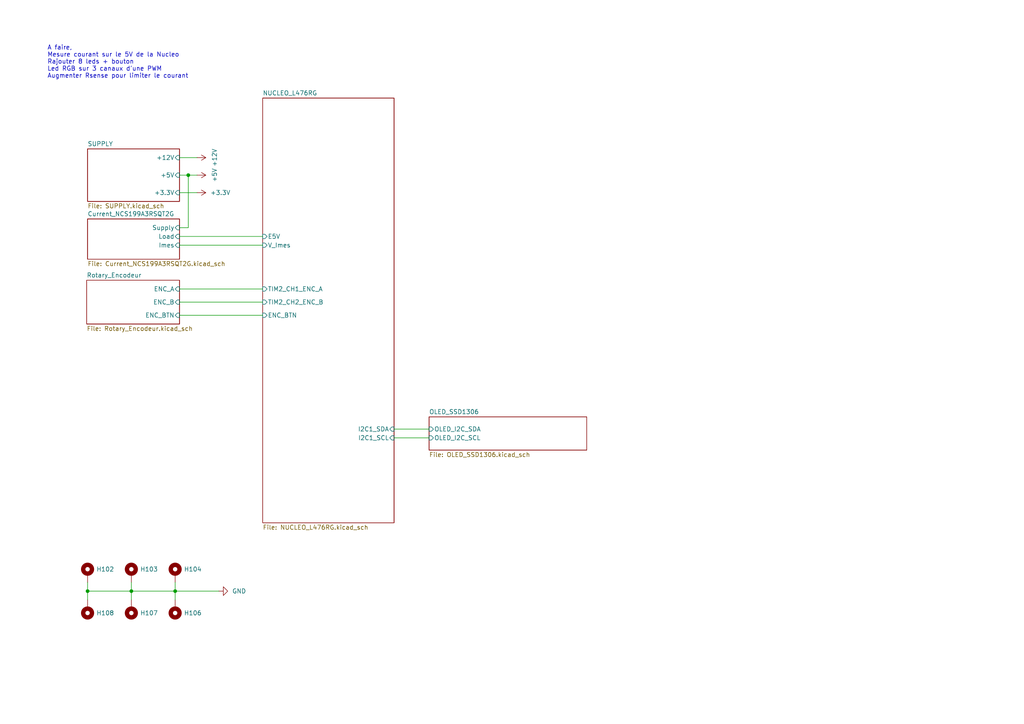
<source format=kicad_sch>
(kicad_sch (version 20231120) (generator "eeschema") (generator_version "8.0")
  (paper "A4")
  (lib_symbols
    (symbol "Mechanical:MountingHole_Pad" (pin_numbers hide) (pin_names (offset 1.016) hide)
      (property "Reference" "H" (at 0 6.35 0))
      (property "Value" "MountingHole_Pad" (at 0 4.445 0))
      (symbol "MountingHole_Pad_0_1"
        (circle (center 0 1.27) (radius 1.27) (stroke (width 1.27)))
      )
      (symbol "MountingHole_Pad_1_1"
        (pin input line (at 0 -2.54 90) (length 2.54) (name "1") (number "1"))
      )
    )
    (symbol "power:+12V" (power) (pin_numbers hide) (pin_names (offset 0) hide)
      (property "Value" "+12V" (at 0 3.556 0))
      (symbol "+12V_0_1"
        (polyline (pts (xy -0.762 1.27) (xy 0 2.54)))
        (polyline (pts (xy 0 0) (xy 0 2.54)))
        (polyline (pts (xy 0 2.54) (xy 0.762 1.27)))
      )
      (symbol "+12V_1_1"
        (pin power_in line (at 0 0 90) (length 0) (name "~") (number "1"))
      )
    )
    (symbol "power:+3.3V" (power) (pin_numbers hide) (pin_names (offset 0) hide)
      (property "Value" "+3.3V" (at 0 3.556 0))
      (symbol "+3.3V_0_1"
        (polyline (pts (xy -0.762 1.27) (xy 0 2.54)))
        (polyline (pts (xy 0 0) (xy 0 2.54)))
        (polyline (pts (xy 0 2.54) (xy 0.762 1.27)))
      )
      (symbol "+3.3V_1_1"
        (pin power_in line (at 0 0 90) (length 0) (name "~") (number "1"))
      )
    )
    (symbol "power:+5V" (power) (pin_numbers hide) (pin_names (offset 0) hide)
      (property "Value" "+5V" (at 0 3.556 0))
      (symbol "+5V_0_1"
        (polyline (pts (xy -0.762 1.27) (xy 0 2.54)))
        (polyline (pts (xy 0 0) (xy 0 2.54)))
        (polyline (pts (xy 0 2.54) (xy 0.762 1.27)))
      )
      (symbol "+5V_1_1"
        (pin power_in line (at 0 0 90) (length 0) (name "~") (number "1"))
      )
    )
    (symbol "power:GND" (power) (pin_numbers hide) (pin_names (offset 0) hide)
      (property "Value" "GND" (at 0 -3.81 0))
      (symbol "GND_0_1"
        (polyline (pts (xy 0 0) (xy 0 -1.27) (xy 1.27 -1.27) (xy 0 -2.54) (xy -1.27 -1.27) (xy 0 -1.27)))
      )
      (symbol "GND_1_1"
        (pin power_in line (at 0 0 270) (length 0) (name "~") (number "1"))
      )
    )
  )
  (junction (at 50.8 171.45))
  (junction (at 54.61 50.8))
  (junction (at 25.4 171.45))
  (junction (at 38.1 171.45))
  (wire (pts (xy 52.07 91.44) (xy 76.2 91.44)))
  (wire (pts (xy 54.61 50.8) (xy 54.61 66.04)))
  (wire (pts (xy 50.8 168.91) (xy 50.8 171.45)))
  (wire (pts (xy 38.1 173.99) (xy 38.1 171.45)))
  (wire (pts (xy 52.07 71.12) (xy 76.2 71.12)))
  (wire (pts (xy 25.4 171.45) (xy 25.4 173.99)))
  (wire (pts (xy 25.4 171.45) (xy 38.1 171.45)))
  (wire (pts (xy 52.07 45.72) (xy 57.15 45.72)))
  (wire (pts (xy 50.8 171.45) (xy 63.5 171.45)))
  (wire (pts (xy 114.3 124.46) (xy 124.46 124.46)))
  (wire (pts (xy 54.61 50.8) (xy 57.15 50.8)))
  (wire (pts (xy 52.07 87.63) (xy 76.2 87.63)))
  (wire (pts (xy 52.07 50.8) (xy 54.61 50.8)))
  (wire (pts (xy 52.07 66.04) (xy 54.61 66.04)))
  (wire (pts (xy 114.3 127) (xy 124.46 127)))
  (wire (pts (xy 25.4 168.91) (xy 25.4 171.45)))
  (wire (pts (xy 50.8 171.45) (xy 50.8 173.99)))
  (wire (pts (xy 52.07 55.88) (xy 57.15 55.88)))
  (wire (pts (xy 38.1 168.91) (xy 38.1 171.45)))
  (wire (pts (xy 52.07 68.58) (xy 76.2 68.58)))
  (wire (pts (xy 38.1 171.45) (xy 50.8 171.45)))
  (wire (pts (xy 52.07 83.82) (xy 76.2 83.82)))
  (text "A faire,\nMesure courant sur le 5V de la Nucleo\nRajouter 8 leds + bouton\nLed RGB sur 3 canaux d'une PWM\nAugmenter Rsense pour limiter le courant\n" (at 13.716 18.034 0) (effects (font (size 1.27 1.27)) (justify left)))
  (symbol (lib_id "Mechanical:MountingHole_Pad") (at 50.8 166.37 0) (unit 1)
    (property "Reference" "H104" (at 53.34 165.0999 0) (effects (justify left)))
    (property "Value" "MountingHole_Pad" (effects (hide yes)))
    (property "Footprint" "MountingHole:MountingHole_3.2mm_M3_Pad" (effects (hide yes)))
    (property "Description" "Mounting Hole with connection" (effects (hide yes)))
  )
  (symbol (lib_id "Mechanical:MountingHole_Pad") (at 50.8 176.53 180) (unit 1)
    (property "Reference" "H106" (at 53.34 177.7999 0) (effects (justify right)))
    (property "Value" "MountingHole_Pad" (effects (hide yes)))
    (property "Footprint" "MountingHole:MountingHole_3.2mm_M3_Pad" (effects (hide yes)))
    (property "Description" "Mounting Hole with connection" (effects (hide yes)))
  )
  (symbol (lib_id "power:+5V") (at 57.15 50.8 270) (unit 1)
    (property "Reference" "#PWR0102" (effects (hide yes)))
    (property "Value" "+5V" (at 62.23 50.8 0))
    (property "Description" "Power symbol creates a global label with name \"+5V\"" (effects (hide yes)))
  )
  (symbol (lib_id "Mechanical:MountingHole_Pad") (at 38.1 176.53 180) (unit 1)
    (property "Reference" "H107" (at 40.64 177.7999 0) (effects (justify right)))
    (property "Value" "MountingHole_Pad" (effects (hide yes)))
    (property "Footprint" "MountingHole:MountingHole_3.2mm_M3_Pad" (effects (hide yes)))
    (property "Description" "Mounting Hole with connection" (effects (hide yes)))
  )
  (symbol (lib_id "power:+3.3V") (at 57.15 55.88 270) (unit 1)
    (property "Reference" "#PWR0103" (effects (hide yes)))
    (property "Value" "+3.3V" (at 60.96 55.8799 90) (effects (justify left)))
    (property "Description" "Power symbol creates a global label with name \"+3.3V\"" (effects (hide yes)))
  )
  (symbol (lib_id "Mechanical:MountingHole_Pad") (at 25.4 176.53 180) (unit 1)
    (property "Reference" "H108" (at 27.94 177.7999 0) (effects (justify right)))
    (property "Value" "MountingHole_Pad" (effects (hide yes)))
    (property "Footprint" "MountingHole:MountingHole_3.2mm_M3_Pad" (effects (hide yes)))
    (property "Description" "Mounting Hole with connection" (effects (hide yes)))
  )
  (symbol (lib_id "Mechanical:MountingHole_Pad") (at 38.1 166.37 0) (unit 1)
    (property "Reference" "H103" (at 40.64 165.0999 0) (effects (justify left)))
    (property "Value" "MountingHole_Pad" (effects (hide yes)))
    (property "Footprint" "MountingHole:MountingHole_3.2mm_M3_Pad" (effects (hide yes)))
    (property "Description" "Mounting Hole with connection" (effects (hide yes)))
  )
  (symbol (lib_id "power:+12V") (at 57.15 45.72 270) (unit 1)
    (property "Reference" "#PWR0101" (effects (hide yes)))
    (property "Value" "+12V" (at 62.23 45.72 0))
    (property "Description" "Power symbol creates a global label with name \"+12V\"" (effects (hide yes)))
  )
  (symbol (lib_id "power:GND") (at 63.5 171.45 90) (unit 1)
    (property "Reference" "#PWR0104" (effects (hide yes)))
    (property "Value" "GND" (at 67.31 171.4499 90) (effects (justify right)))
    (property "Description" "Power symbol creates a global label with name \"GND\" , ground" (effects (hide yes)))
  )
  (symbol (lib_id "Mechanical:MountingHole_Pad") (at 25.4 166.37 0) (unit 1)
    (property "Reference" "H102" (at 27.94 165.0999 0) (effects (justify left)))
    (property "Value" "MountingHole_Pad" (effects (hide yes)))
    (property "Footprint" "MountingHole:MountingHole_3.2mm_M3_Pad" (effects (hide yes)))
    (property "Description" "Mounting Hole with connection" (effects (hide yes)))
  )
  (sheet (at 76.2 28.448) (size 38.1 123.19) (stroke (width 0.1524))
    (property "Sheetname" "NUCLEO_L476RG" (at 76.2 27.7364 0) (effects (justify left bottom)))
    (property "Sheetfile" "NUCLEO_L476RG.kicad_sch" (at 76.2 152.2226 0) (effects (justify left top)))
    (pin "I2C1_SDA" input (at 114.3 124.46 0))
    (pin "I2C1_SCL" input (at 114.3 127 0))
    (pin "TIM2_CH1_ENC_A" input (at 76.2 83.82 180))
    (pin "TIM2_CH2_ENC_B" input (at 76.2 87.63 180))
    (pin "E5V" input (at 76.2 68.58 180))
    (pin "V_Imes" input (at 76.2 71.12 180))
    (pin "ENC_BTN" input (at 76.2 91.44 180))
  )
  (sheet (at 124.46 120.904) (size 45.72 9.652) (stroke (width 0.1524))
    (property "Sheetname" "OLED_SSD1306" (at 124.46 120.1924 0) (effects (justify left bottom)))
    (property "Sheetfile" "OLED_SSD1306.kicad_sch" (at 124.46 131.1406 0) (effects (justify left top)))
    (pin "OLED_I2C_SDA" input (at 124.46 124.46 180))
    (pin "OLED_I2C_SCL" input (at 124.46 127 180))
  )
  (sheet (at 25.4 43.18) (size 26.67 15.24) (stroke (width 0.1524))
    (property "Sheetname" "SUPPLY" (at 25.4 42.4684 0) (effects (justify left bottom)))
    (property "Sheetfile" "SUPPLY.kicad_sch" (at 25.4 59.0046 0) (effects (justify left top)))
    (pin "+5V" input (at 52.07 50.8 0))
    (pin "+3.3V" input (at 52.07 55.88 0))
    (pin "+12V" input (at 52.07 45.72 0))
  )
  (sheet (at 25.146 81.28) (size 26.924 12.7) (stroke (width 0.1524))
    (property "Sheetname" "Rotary_Encodeur" (at 25.146 80.5684 0) (effects (justify left bottom)))
    (property "Sheetfile" "Rotary_Encodeur.kicad_sch" (at 25.146 94.5646 0) (effects (justify left top)))
    (pin "ENC_A" input (at 52.07 83.82 0))
    (pin "ENC_B" input (at 52.07 87.63 0))
    (pin "ENC_BTN" input (at 52.07 91.44 0))
  )
  (sheet (at 25.4 63.5) (size 26.67 11.684) (stroke (width 0.1524))
    (property "Sheetname" "Current_NCS199A3RSQT2G" (at 25.4 62.7884 0) (effects (justify left bottom)))
    (property "Sheetfile" "Current_NCS199A3RSQT2G.kicad_sch" (at 25.4 75.7686 0) (effects (justify left top)))
    (pin "Supply" input (at 52.07 66.04 0))
    (pin "Load" input (at 52.07 68.58 0))
    (pin "Imes" input (at 52.07 71.12 0))
  )
)
</source>
